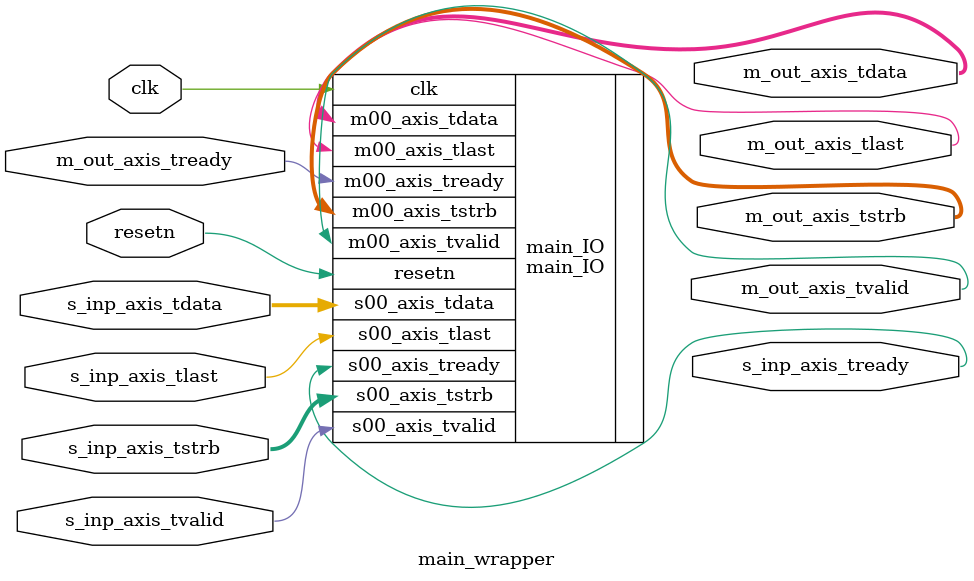
<source format=v>
`timescale 1ns / 1ps

module main_wrapper #(
    parameter ADDR_WIDTH = 1,
    parameter C_AXIS_TDATA_WIDTH = 32
    )(
    input wire [C_AXIS_TDATA_WIDTH-1:0] s_inp_axis_tdata,
    input wire s_inp_axis_tlast, s_inp_axis_tvalid, m_out_axis_tready,
    input wire [(C_AXIS_TDATA_WIDTH/8)-1:0] s_inp_axis_tstrb,
    input wire clk,
    output wire [2*C_AXIS_TDATA_WIDTH-1:0] m_out_axis_tdata,
    output wire s_inp_axis_tready, m_out_axis_tlast, m_out_axis_tvalid,
    output wire [2*(C_AXIS_TDATA_WIDTH/8)-1:0] m_out_axis_tstrb,
    input wire resetn
    );
    
    main_IO #(.ADDR_WIDTH(ADDR_WIDTH),
              .C_AXIS_TDATA_WIDTH(C_AXIS_TDATA_WIDTH))
        main_IO (
        .clk(clk),
        .s00_axis_tdata(s_inp_axis_tdata),
        .s00_axis_tlast(s_inp_axis_tlast),
        .s00_axis_tvalid(s_inp_axis_tvalid),
        .s00_axis_tready(s_inp_axis_tready),
        .s00_axis_tstrb(s_inp_axis_tstrb),
        .m00_axis_tdata(m_out_axis_tdata),
        .m00_axis_tlast(m_out_axis_tlast),
        .m00_axis_tvalid(m_out_axis_tvalid),
        .m00_axis_tready(m_out_axis_tready),
        .m00_axis_tstrb(m_out_axis_tstrb),
        .resetn(resetn)
    );
    
endmodule

</source>
